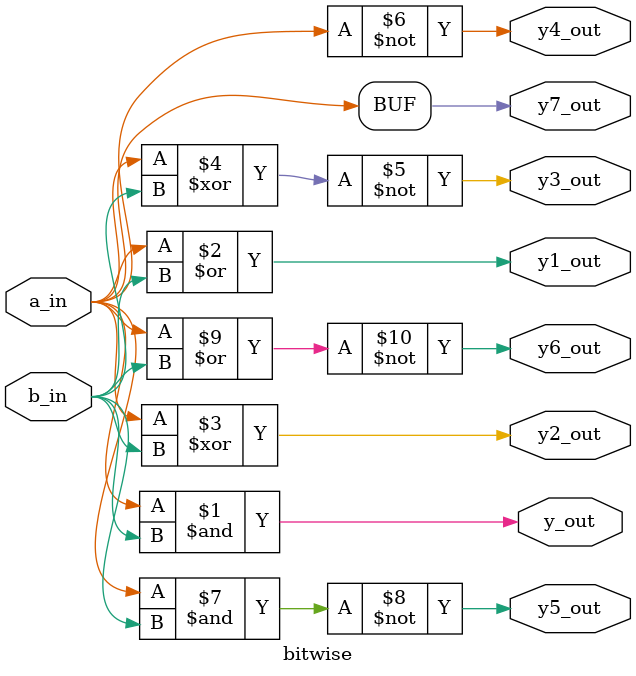
<source format=v>
`timescale 1ns / 1ps

//rtl design of bit wise operator

module bitwise(

input a_in,
input  b_in,
output y_out,
output y1_out,
output y2_out,
output y3_out,
output y4_out,
output y5_out,
output y6_out,
output y7_out

    );
    
assign y_out = a_in & b_in;
assign y1_out = a_in | b_in;
assign y2_out = a_in ^ b_in;
assign y3_out = ~(a_in ^ b_in);
assign y4_out = ~a_in ;
assign y5_out = ~(a_in & b_in);
assign y6_out = ~(a_in | b_in);
assign y7_out = a_in;

endmodule

</source>
